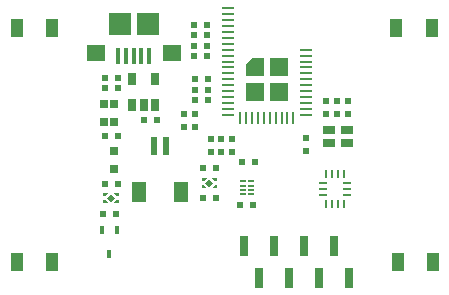
<source format=gbr>
G04 #@! TF.GenerationSoftware,KiCad,Pcbnew,(5.0.1-3-g963ef8bb5)*
G04 #@! TF.CreationDate,2019-05-06T12:15:07-04:00*
G04 #@! TF.ProjectId,OHAK_131,4F48414B5F3133312E6B696361645F70,rev?*
G04 #@! TF.SameCoordinates,Original*
G04 #@! TF.FileFunction,Paste,Top*
G04 #@! TF.FilePolarity,Positive*
%FSLAX46Y46*%
G04 Gerber Fmt 4.6, Leading zero omitted, Abs format (unit mm)*
G04 Created by KiCad (PCBNEW (5.0.1-3-g963ef8bb5)) date Monday, May 06, 2019 at 12:15:07 PM*
%MOMM*%
%LPD*%
G01*
G04 APERTURE LIST*
%ADD10R,0.675000X0.250000*%
%ADD11R,0.250000X0.675000*%
%ADD12R,0.600000X0.500000*%
%ADD13C,0.010000*%
%ADD14C,0.100000*%
%ADD15C,0.480000*%
%ADD16R,0.450000X0.700000*%
%ADD17R,0.530000X0.165000*%
%ADD18R,0.500000X0.600000*%
%ADD19R,1.010000X0.490000*%
%ADD20C,0.339410*%
%ADD21R,1.500000X1.500000*%
%ADD22R,1.500000X1.010000*%
%ADD23R,1.000000X0.254000*%
%ADD24R,0.254000X1.000000*%
%ADD25R,1.000000X1.600000*%
%ADD26R,0.750000X0.800000*%
%ADD27R,0.650000X0.800000*%
%ADD28R,0.650000X1.060000*%
%ADD29R,1.900000X1.900000*%
%ADD30R,1.600000X1.400000*%
%ADD31R,0.400000X1.350000*%
%ADD32R,1.000000X0.800000*%
%ADD33R,0.600000X1.550000*%
%ADD34R,1.200000X1.800000*%
%ADD35R,0.740000X1.700000*%
G04 APERTURE END LIST*
D10*
G04 #@! TO.C,U4*
X148678380Y-101893860D03*
D11*
X148940880Y-103156360D03*
X149440880Y-103156360D03*
X149940880Y-103156360D03*
X150440880Y-103156360D03*
X150440880Y-100631360D03*
X149940880Y-100631360D03*
X149440880Y-100631360D03*
X148940880Y-100631360D03*
D10*
X148678380Y-102393860D03*
X148678380Y-101393860D03*
X150703380Y-101393860D03*
X150703380Y-101893860D03*
X150703380Y-102393860D03*
G04 #@! TD*
D12*
G04 #@! TO.C,C12*
X130215880Y-101493860D03*
X131315880Y-101493860D03*
G04 #@! TD*
D13*
G04 #@! TO.C,U6*
X131415880Y-103006360D03*
D14*
G36*
X131195880Y-102881360D02*
X131420880Y-102881360D01*
X131420880Y-103131360D01*
X131015880Y-103131360D01*
X131015880Y-103096360D01*
X131195880Y-102881360D01*
X131195880Y-102881360D01*
G37*
D13*
X130115880Y-102381360D03*
D14*
G36*
X130335880Y-102506360D02*
X130110880Y-102506360D01*
X130110880Y-102256360D01*
X130515880Y-102256360D01*
X130515880Y-102291360D01*
X130335880Y-102506360D01*
X130335880Y-102506360D01*
G37*
D13*
X131415880Y-102381360D03*
D14*
G36*
X131420880Y-102256360D02*
X131420880Y-102506360D01*
X131195880Y-102506360D01*
X131015880Y-102291360D01*
X131015880Y-102256360D01*
X131420880Y-102256360D01*
X131420880Y-102256360D01*
G37*
D13*
X130115880Y-103006360D03*
D14*
G36*
X130110880Y-103131360D02*
X130110880Y-102881360D01*
X130335880Y-102881360D01*
X130515880Y-103096360D01*
X130515880Y-103131360D01*
X130110880Y-103131360D01*
X130110880Y-103131360D01*
G37*
D15*
X130765880Y-102693860D03*
D14*
G36*
X131105291Y-102693860D02*
X130765880Y-103033271D01*
X130426469Y-102693860D01*
X130765880Y-102354449D01*
X131105291Y-102693860D01*
X131105291Y-102693860D01*
G37*
G04 #@! TD*
D16*
G04 #@! TO.C,U8*
X130615880Y-107393860D03*
X129965880Y-105393860D03*
X131265880Y-105393860D03*
G04 #@! TD*
D17*
G04 #@! TO.C,U7*
X142625880Y-101268860D03*
X142625880Y-101618860D03*
X142625880Y-101968860D03*
X141955880Y-101968860D03*
X141955880Y-102318860D03*
X142625880Y-102318860D03*
X141955880Y-101618860D03*
X141955880Y-101268860D03*
G04 #@! TD*
D18*
G04 #@! TO.C,C7*
X140090880Y-98743860D03*
X140090880Y-97643860D03*
G04 #@! TD*
D12*
G04 #@! TO.C,C8*
X139640880Y-102668860D03*
X138540880Y-102668860D03*
G04 #@! TD*
D19*
G04 #@! TO.C,U1*
X143180880Y-91113860D03*
D20*
X142660880Y-91103860D03*
D14*
G36*
X142185880Y-91338860D02*
X142655880Y-90868860D01*
X142665880Y-90868860D01*
X143135880Y-91338860D01*
X142185880Y-91338860D01*
X142185880Y-91338860D01*
G37*
D21*
X144940880Y-91613860D03*
X144940880Y-93733860D03*
X142940880Y-93733860D03*
D22*
X142940880Y-91828860D03*
D23*
X147245880Y-90123860D03*
X147245880Y-90623860D03*
X147245880Y-91123860D03*
X147245880Y-91623860D03*
X147245880Y-92123860D03*
X147245880Y-92623860D03*
X147245880Y-93123860D03*
X147245880Y-93623860D03*
X147245880Y-94123860D03*
X147245880Y-94623860D03*
X147245880Y-95123860D03*
X147245880Y-95623860D03*
D24*
X146190880Y-95913860D03*
X145690880Y-95913860D03*
X145190880Y-95913860D03*
X144690880Y-95913860D03*
X144190880Y-95913860D03*
X143690880Y-95913860D03*
X143190880Y-95913860D03*
X142690880Y-95913860D03*
X142190880Y-95913860D03*
X141690880Y-95913860D03*
D23*
X140635880Y-95623860D03*
X140635880Y-95123860D03*
X140635880Y-94623860D03*
X140635880Y-94123860D03*
X140635880Y-93623860D03*
X140635880Y-93123860D03*
X140635880Y-92623860D03*
X140635880Y-92123860D03*
X140635880Y-91623860D03*
X140635880Y-91123860D03*
X140635880Y-90623860D03*
X140635880Y-90123860D03*
X140635880Y-89623860D03*
X140635880Y-89123860D03*
X140635880Y-88623860D03*
X140635880Y-88123860D03*
X140635880Y-87623860D03*
X140635880Y-87123860D03*
X140635880Y-86623860D03*
G04 #@! TD*
D25*
G04 #@! TO.C,S3*
X154892880Y-88287860D03*
X157892880Y-88287860D03*
G04 #@! TD*
G04 #@! TO.C,S3*
X155019880Y-108099860D03*
X158019880Y-108099860D03*
G04 #@! TD*
G04 #@! TO.C,S3*
X122761880Y-108099860D03*
X125761880Y-108099860D03*
G04 #@! TD*
D26*
G04 #@! TO.C,D2*
X130990880Y-100218860D03*
X130990880Y-98718860D03*
G04 #@! TD*
D27*
G04 #@! TO.C,D3*
X130165880Y-96218860D03*
X130165880Y-94718860D03*
X131015880Y-94718860D03*
X131015880Y-96218860D03*
G04 #@! TD*
D28*
G04 #@! TO.C,U5*
X132565880Y-94793860D03*
X133515880Y-94793860D03*
X134465880Y-94793860D03*
X134465880Y-92593860D03*
X132565880Y-92593860D03*
G04 #@! TD*
D29*
G04 #@! TO.C,P2*
X131484220Y-87945647D03*
D30*
X129484220Y-90395647D03*
D31*
X133984220Y-90620647D03*
X133334220Y-90620647D03*
X131384220Y-90620647D03*
X132034220Y-90620647D03*
X132684220Y-90620647D03*
D30*
X135884220Y-90395647D03*
D29*
X133884220Y-87945647D03*
G04 #@! TD*
D32*
G04 #@! TO.C,D1*
X150740880Y-97993861D03*
X149240880Y-97993861D03*
X149240880Y-96893861D03*
X150740880Y-96893861D03*
G04 #@! TD*
D25*
G04 #@! TO.C,S2*
X122761880Y-88287860D03*
X125761880Y-88287860D03*
G04 #@! TD*
D33*
G04 #@! TO.C,BT1*
X134415880Y-98306360D03*
X135415880Y-98306360D03*
D34*
X133115880Y-102181360D03*
X136715880Y-102181360D03*
G04 #@! TD*
D12*
G04 #@! TO.C,C1*
X138890880Y-87993860D03*
X137790880Y-87993860D03*
G04 #@! TD*
G04 #@! TO.C,C2*
X137790880Y-88893860D03*
X138890880Y-88893860D03*
G04 #@! TD*
D18*
G04 #@! TO.C,C3*
X147240880Y-98693860D03*
X147240880Y-97593860D03*
G04 #@! TD*
G04 #@! TO.C,C4*
X137840880Y-96643860D03*
X137840880Y-95543860D03*
G04 #@! TD*
G04 #@! TO.C,C5*
X136940880Y-95543860D03*
X136940880Y-96643860D03*
G04 #@! TD*
G04 #@! TO.C,C6*
X139190880Y-98743860D03*
X139190880Y-97643860D03*
G04 #@! TD*
D12*
G04 #@! TO.C,C9*
X139640880Y-100168860D03*
X138540880Y-100168860D03*
G04 #@! TD*
G04 #@! TO.C,C10*
X137790880Y-90693860D03*
X138890880Y-90693860D03*
G04 #@! TD*
G04 #@! TO.C,C11*
X133515880Y-96093860D03*
X134615880Y-96093860D03*
G04 #@! TD*
G04 #@! TO.C,C13*
X130065880Y-104068860D03*
X131165880Y-104068860D03*
G04 #@! TD*
G04 #@! TO.C,C14*
X137860880Y-92593860D03*
X138960880Y-92593860D03*
G04 #@! TD*
G04 #@! TO.C,C15*
X141690880Y-103243860D03*
X142790880Y-103243860D03*
G04 #@! TD*
G04 #@! TO.C,C16*
X142940880Y-99593860D03*
X141840880Y-99593860D03*
G04 #@! TD*
G04 #@! TO.C,R1*
X137790880Y-89793860D03*
X138890880Y-89793860D03*
G04 #@! TD*
D18*
G04 #@! TO.C,R2*
X140990880Y-97643860D03*
X140990880Y-98743860D03*
G04 #@! TD*
G04 #@! TO.C,R5*
X150840880Y-95543860D03*
X150840880Y-94443860D03*
G04 #@! TD*
D12*
G04 #@! TO.C,R7*
X137850880Y-94393860D03*
X138950880Y-94393860D03*
G04 #@! TD*
G04 #@! TO.C,R8*
X137840880Y-93493860D03*
X138940880Y-93493860D03*
G04 #@! TD*
D18*
G04 #@! TO.C,R12*
X149890880Y-94443860D03*
X149890880Y-95543860D03*
G04 #@! TD*
D12*
G04 #@! TO.C,R13*
X130215880Y-93393860D03*
X131315880Y-93393860D03*
G04 #@! TD*
G04 #@! TO.C,R14*
X130215880Y-92493860D03*
X131315880Y-92493860D03*
G04 #@! TD*
G04 #@! TO.C,R15*
X131315880Y-97393860D03*
X130215880Y-97393860D03*
G04 #@! TD*
D18*
G04 #@! TO.C,R17*
X148940880Y-95543860D03*
X148940880Y-94443860D03*
G04 #@! TD*
D15*
G04 #@! TO.C,U3*
X139090880Y-101418861D03*
D14*
G36*
X138751469Y-101418861D02*
X139090880Y-101079450D01*
X139430291Y-101418861D01*
X139090880Y-101758272D01*
X138751469Y-101418861D01*
X138751469Y-101418861D01*
G37*
D13*
X139740880Y-101106361D03*
D14*
G36*
X139745880Y-100981361D02*
X139745880Y-101231361D01*
X139520880Y-101231361D01*
X139340880Y-101016361D01*
X139340880Y-100981361D01*
X139745880Y-100981361D01*
X139745880Y-100981361D01*
G37*
D13*
X138440880Y-101731361D03*
D14*
G36*
X138435880Y-101856361D02*
X138435880Y-101606361D01*
X138660880Y-101606361D01*
X138840880Y-101821361D01*
X138840880Y-101856361D01*
X138435880Y-101856361D01*
X138435880Y-101856361D01*
G37*
D13*
X139740880Y-101731361D03*
D14*
G36*
X139520880Y-101606361D02*
X139745880Y-101606361D01*
X139745880Y-101856361D01*
X139340880Y-101856361D01*
X139340880Y-101821361D01*
X139520880Y-101606361D01*
X139520880Y-101606361D01*
G37*
D13*
X138440880Y-101106361D03*
D14*
G36*
X138660880Y-101231361D02*
X138435880Y-101231361D01*
X138435880Y-100981361D01*
X138840880Y-100981361D01*
X138840880Y-101016361D01*
X138660880Y-101231361D01*
X138660880Y-101231361D01*
G37*
G04 #@! TD*
D35*
G04 #@! TO.C,P1*
X142045880Y-106743860D03*
X143315880Y-109443860D03*
X144585880Y-106743860D03*
X145855880Y-109443860D03*
X147125880Y-106743860D03*
X148395880Y-109443860D03*
X149665880Y-106743860D03*
X150935880Y-109443860D03*
G04 #@! TD*
M02*

</source>
